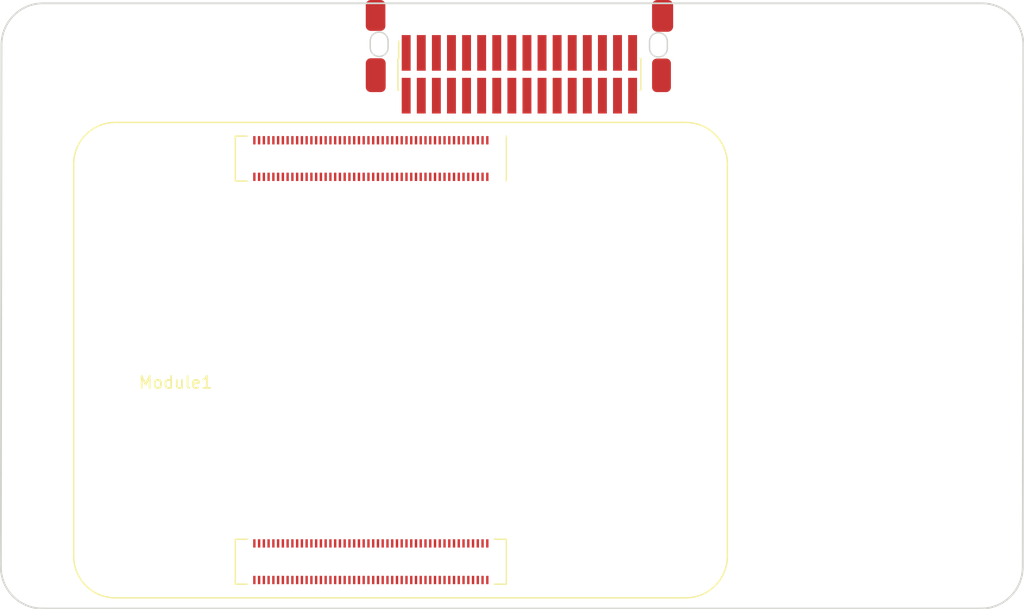
<source format=kicad_pcb>
(kicad_pcb (version 20211014) (generator pcbnew)
  (layers (0 "F.Cu" signal) (31 "B.Cu" signal) (34 "B.Paste" user) (35 "F.Paste" user) (36 "B.SilkS" user "B.Silkscreen") (37 "F.SilkS" user "F.Silkscreen") (38 "B.Mask" user) (39 "F.Mask" user) (44 "Edge.Cuts" user))
  (net 0 "")
  (footprint "TE_DTM1312PA12PBR008:PinSocket_2x16_P1.27mm_Vertical_SMD" (layer "F.Cu") (at 58.4 21 90)
    (fp_text reference "J2" hide)
    (fp_text value "Conn_02x15_Odd_Even_Shielded")
    (fp_line (start 1.33 10.16) (end 1.33 10.22) (layer "F.SilkS") (width 0.12))
    (fp_line (start 1.33 -10.16) (end 2.79 -10.16) (layer "F.SilkS") (width 0.12))
    (fp_line (start -1.33 10.16) (end -1.33 10.22) (layer "F.SilkS") (width 0.12))
    (fp_line (start 1.33 -10.22) (end 1.33 -10.16) (layer "F.SilkS") (width 0.12))
    (fp_line (start -1.33 -10.22) (end 1.33 -10.22) (layer "F.SilkS") (width 0.12))
    (fp_line (start -1.33 10.22) (end 1.33 10.22) (layer "F.SilkS") (width 0.12))
    (fp_line (start -1.33 -10.22) (end -1.33 -10.16) (layer "F.SilkS") (width 0.12))
    (fp_line (start 2.2 12.45) (end 2.75 12.45) (layer "Edge.Cuts") (width 0.12))
    (fp_line (start 2.25 -11.05) (end 2.8 -11.05) (layer "Edge.Cuts") (width 0.12))
    (fp_line (start 2.25 -12.55) (end 2.8 -12.55) (layer "Edge.Cuts") (width 0.12))
    (fp_line (start 2.2 10.95) (end 2.75 10.95) (layer "Edge.Cuts") (width 0.12))
    (fp_arc (start 2.25 -11.05) (mid 1.5 -11.8) (end 2.25 -12.55) (layer "Edge.Cuts") (width 0.12))
    (fp_arc (start 2.75 10.95) (mid 3.5 11.7) (end 2.75 12.45) (layer "Edge.Cuts") (width 0.12))
    (fp_arc (start 2.8 -12.55) (mid 3.55 -11.8) (end 2.8 -11.05) (layer "Edge.Cuts") (width 0.12))
    (fp_arc (start 2.2 12.45) (mid 1.45 11.7) (end 2.2 10.95) (layer "Edge.Cuts") (width 0.12))
    (pad "1" smd rect (at 1.8 -9.525 90) (size 3 0.75) (layers "F.Cu" "F.Paste" "F.Mask"))
    (pad "2" smd rect (at -1.8 -9.525 90) (size 3 0.75) (layers "F.Cu" "F.Paste" "F.Mask"))
    (pad "3" smd rect (at 1.8 -8.255 90) (size 3 0.75) (layers "F.Cu" "F.Paste" "F.Mask"))
    (pad "4" smd rect (at -1.8 -8.255 90) (size 3 0.75) (layers "F.Cu" "F.Paste" "F.Mask"))
    (pad "5" smd rect (at 1.8 -6.985 90) (size 3 0.75) (layers "F.Cu" "F.Paste" "F.Mask"))
    (pad "6" smd rect (at -1.8 -6.985 90) (size 3 0.75) (layers "F.Cu" "F.Paste" "F.Mask"))
    (pad "7" smd rect (at 1.8 -5.715 90) (size 3 0.75) (layers "F.Cu" "F.Paste" "F.Mask"))
    (pad "8" smd rect (at -1.8 -5.715 90) (size 3 0.75) (layers "F.Cu" "F.Paste" "F.Mask"))
    (pad "9" smd rect (at 1.8 -4.445 90) (size 3 0.75) (layers "F.Cu" "F.Paste" "F.Mask"))
    (pad "10" smd rect (at -1.8 -4.445 90) (size 3 0.75) (layers "F.Cu" "F.Paste" "F.Mask"))
    (pad "11" smd rect (at 1.8 -3.175 90) (size 3 0.75) (layers "F.Cu" "F.Paste" "F.Mask"))
    (pad "12" smd rect (at -1.8 -3.175 90) (size 3 0.75) (layers "F.Cu" "F.Paste" "F.Mask"))
    (pad "13" smd rect (at 1.8 -1.905 90) (size 3 0.75) (layers "F.Cu" "F.Paste" "F.Mask"))
    (pad "14" smd rect (at -1.8 -1.905 90) (size 3 0.75) (layers "F.Cu" "F.Paste" "F.Mask"))
    (pad "15" smd rect (at 1.8 -0.635 90) (size 3 0.75) (layers "F.Cu" "F.Paste" "F.Mask"))
    (pad "16" smd rect (at -1.8 -0.635 90) (size 3 0.75) (layers "F.Cu" "F.Paste" "F.Mask"))
    (pad "17" smd rect (at 1.8 0.635 90) (size 3 0.75) (layers "F.Cu" "F.Paste" "F.Mask"))
    (pad "18" smd rect (at -1.8 0.635 90) (size 3 0.75) (layers "F.Cu" "F.Paste" "F.Mask"))
    (pad "19" smd rect (at 1.8 1.905 90) (size 3 0.75) (layers "F.Cu" "F.Paste" "F.Mask"))
    (pad "20" smd rect (at -1.8 1.905 90) (size 3 0.75) (layers "F.Cu" "F.Paste" "F.Mask"))
    (pad "21" smd rect (at 1.8 3.175 90) (size 3 0.75) (layers "F.Cu" "F.Paste" "F.Mask"))
    (pad "22" smd rect (at -1.8 3.175 90) (size 3 0.75) (layers "F.Cu" "F.Paste" "F.Mask"))
    (pad "23" smd rect (at 1.8 4.445 90) (size 3 0.75) (layers "F.Cu" "F.Paste" "F.Mask"))
    (pad "24" smd rect (at -1.8 4.445 90) (size 3 0.75) (layers "F.Cu" "F.Paste" "F.Mask"))
    (pad "25" smd rect (at 1.8 5.715 90) (size 3 0.75) (layers "F.Cu" "F.Paste" "F.Mask"))
    (pad "26" smd rect (at -1.8 5.715 90) (size 3 0.75) (layers "F.Cu" "F.Paste" "F.Mask"))
    (pad "27" smd rect (at 1.8 6.985 90) (size 3 0.75) (layers "F.Cu" "F.Paste" "F.Mask"))
    (pad "28" smd rect (at -1.8 6.985 90) (size 3 0.75) (layers "F.Cu" "F.Paste" "F.Mask"))
    (pad "29" smd rect (at 1.8 8.255 90) (size 3 0.75) (layers "F.Cu" "F.Paste" "F.Mask"))
    (pad "30" smd rect (at -1.8 8.255 90) (size 3 0.75) (layers "F.Cu" "F.Paste" "F.Mask"))
    (pad "31" smd rect (at 1.8 9.525 90) (size 3 0.75) (layers "F.Cu" "F.Paste" "F.Mask"))
    (pad "32" smd rect (at -1.8 9.525 90) (size 3 0.75) (layers "F.Cu" "F.Paste" "F.Mask"))
    (pad "MP1" smd roundrect (at 4.949919 -12.1 90) (size 2.600162 1.65016) (layers "F.Cu" "F.Paste" "F.Mask"))
    (pad "MP1" smd roundrect (at -0.074919 -12.08754 90) (size 2.850162 1.67508) (layers "F.Cu" "F.Paste" "F.Mask"))
    (pad "MP2" smd roundrect (at -0.08746 11.95623 90) (size 2.82508 1.58754) (layers "F.Cu" "F.Paste" "F.Mask"))
    (pad "MP2" smd roundrect (at 4.912459 12.05 90) (size 2.675081 1.77508) (layers "F.Cu" "F.Paste" "F.Mask"))
  )
  (footprint "Module_CM4:Raspberry-Pi-4-Compute-Module" (layer "F.Cu") (at 24.400001 28.55 -90)
    (fp_text reference "Module1" (at 18.38 -5.08) (layer "F.SilkS"))
    (fp_text value "ComputeModule4-CM4")
    (fp_line (start -2.35 -10.1) (end 1.43 -10.1) (layer "F.SilkS") (width 0.12))
    (fp_line (start 31.57 -32.9) (end 35.35 -32.9) (layer "F.SilkS") (width 0.12))
    (fp_line (start -2.35 -32.9) (end 1.43 -32.9) (layer "F.SilkS") (width 0.12))
    (fp_line (start 31.57 -10.1) (end 31.57 -11.1) (layer "F.SilkS") (width 0.12))
    (fp_line (start 33 -51.5) (end 0 -51.5) (layer "F.SilkS") (width 0.12))
    (fp_line (start -2.35 -10.1) (end -2.35 -11.1) (layer "F.SilkS") (width 0.12))
    (fp_line (start 35.35 -10.1) (end 35.35 -11.1) (layer "F.SilkS") (width 0.12))
    (fp_line (start 0 3.5) (end 33 3.5) (layer "F.SilkS") (width 0.12))
    (fp_line (start 36.5 0) (end 36.5 -48) (layer "F.SilkS") (width 0.12))
    (fp_line (start -3.5 -48) (end -3.5 0) (layer "F.SilkS") (width 0.12))
    (fp_line (start 35.35 -32.9) (end 35.35 -31.9) (layer "F.SilkS") (width 0.12))
    (fp_line (start 1.43 -10.1) (end 1.43 -11.1) (layer "F.SilkS") (width 0.12))
    (fp_line (start 31.57 -10.1) (end 35.35 -10.1) (layer "F.SilkS") (width 0.12))
    (fp_line (start 31.57 -32.9) (end 31.57 -31.9) (layer "F.SilkS") (width 0.12))
    (fp_arc (start 33 -51.5) (mid 35.474874 -50.474874) (end 36.5 -48) (layer "F.SilkS") (width 0.12))
    (fp_arc (start 36.5 0) (mid 35.474874 2.474874) (end 33 3.5) (layer "F.SilkS") (width 0.12))
    (fp_arc (start -3.5 -48) (mid -2.474874 -50.474874) (end 0 -51.5) (layer "F.SilkS") (width 0.12))
    (fp_arc (start 0 3.5) (mid -2.474874 2.474874) (end -3.5 0) (layer "F.SilkS") (width 0.12))
    (pad "" np_thru_hole circle locked (at 0 0 270) (size 2.7 2.7) (drill 2.7) (layers *.Cu *.Mask) (clearance 1.7))
    (pad "" np_thru_hole circle locked (at 33 -48 270) (size 2.7 2.7) (drill 2.7) (layers *.Cu *.Mask) (clearance 1.7))
    (pad "" np_thru_hole circle locked (at 0 -48 270) (size 2.7 2.7) (drill 2.7) (layers *.Cu *.Mask) (clearance 1.7))
    (pad "" np_thru_hole circle locked (at 33 0 270) (size 2.7 2.7) (drill 2.7) (layers *.Cu *.Mask) (clearance 1.7))
    (pad "1" smd rect locked (at -2 -31.3 180) (size 0.2 0.7) (layers "F.Cu" "F.Paste" "F.Mask"))
    (pad "2" smd rect locked (at 1.08 -31.3 180) (size 0.2 0.7) (layers "F.Cu" "F.Paste" "F.Mask"))
    (pad "3" smd rect locked (at -2 -30.9 180) (size 0.2 0.7) (layers "F.Cu" "F.Paste" "F.Mask"))
    (pad "4" smd rect locked (at 1.08 -30.9 180) (size 0.2 0.7) (layers "F.Cu" "F.Paste" "F.Mask"))
    (pad "5" smd rect locked (at -2 -30.5 180) (size 0.2 0.7) (layers "F.Cu" "F.Paste" "F.Mask"))
    (pad "6" smd rect locked (at 1.08 -30.5 180) (size 0.2 0.7) (layers "F.Cu" "F.Paste" "F.Mask"))
    (pad "7" smd rect locked (at -2 -30.1 180) (size 0.2 0.7) (layers "F.Cu" "F.Paste" "F.Mask"))
    (pad "8" smd rect locked (at 1.08 -30.1 180) (size 0.2 0.7) (layers "F.Cu" "F.Paste" "F.Mask"))
    (pad "9" smd rect locked (at -2 -29.7 180) (size 0.2 0.7) (layers "F.Cu" "F.Paste" "F.Mask"))
    (pad "10" smd rect locked (at 1.08 -29.7 180) (size 0.2 0.7) (layers "F.Cu" "F.Paste" "F.Mask"))
    (pad "11" smd rect locked (at -2 -29.3 180) (size 0.2 0.7) (layers "F.Cu" "F.Paste" "F.Mask"))
    (pad "12" smd rect locked (at 1.08 -29.3 180) (size 0.2 0.7) (layers "F.Cu" "F.Paste" "F.Mask"))
    (pad "13" smd rect locked (at -2 -28.9 180) (size 0.2 0.7) (layers "F.Cu" "F.Paste" "F.Mask"))
    (pad "14" smd rect locked (at 1.08 -28.9 180) (size 0.2 0.7) (layers "F.Cu" "F.Paste" "F.Mask"))
    (pad "15" smd rect locked (at -2 -28.5 180) (size 0.2 0.7) (layers "F.Cu" "F.Paste" "F.Mask"))
    (pad "16" smd rect locked (at 1.08 -28.5 180) (size 0.2 0.7) (layers "F.Cu" "F.Paste" "F.Mask"))
    (pad "17" smd rect locked (at -2 -28.1 180) (size 0.2 0.7) (layers "F.Cu" "F.Paste" "F.Mask"))
    (pad "18" smd rect locked (at 1.08 -28.1 180) (size 0.2 0.7) (layers "F.Cu" "F.Paste" "F.Mask"))
    (pad "19" smd rect locked (at -2 -27.7 180) (size 0.2 0.7) (layers "F.Cu" "F.Paste" "F.Mask"))
    (pad "20" smd rect locked (at 1.08 -27.7 180) (size 0.2 0.7) (layers "F.Cu" "F.Paste" "F.Mask"))
    (pad "21" smd rect locked (at -2 -27.3 180) (size 0.2 0.7) (layers "F.Cu" "F.Paste" "F.Mask"))
    (pad "22" smd rect locked (at 1.08 -27.3 180) (size 0.2 0.7) (layers "F.Cu" "F.Paste" "F.Mask"))
    (pad "23" smd rect locked (at -2 -26.9 180) (size 0.2 0.7) (layers "F.Cu" "F.Paste" "F.Mask"))
    (pad "24" smd rect locked (at 1.08 -26.9 180) (size 0.2 0.7) (layers "F.Cu" "F.Paste" "F.Mask"))
    (pad "25" smd rect locked (at -2 -26.5 180) (size 0.2 0.7) (layers "F.Cu" "F.Paste" "F.Mask"))
    (pad "26" smd rect locked (at 1.08 -26.5 180) (size 0.2 0.7) (layers "F.Cu" "F.Paste" "F.Mask"))
    (pad "27" smd rect locked (at -2 -26.1 180) (size 0.2 0.7) (layers "F.Cu" "F.Paste" "F.Mask"))
    (pad "28" smd rect locked (at 1.08 -26.1 180) (size 0.2 0.7) (layers "F.Cu" "F.Paste" "F.Mask"))
    (pad "29" smd rect locked (at -2 -25.7 180) (size 0.2 0.7) (layers "F.Cu" "F.Paste" "F.Mask"))
    (pad "30" smd rect locked (at 1.08 -25.7 180) (size 0.2 0.7) (layers "F.Cu" "F.Paste" "F.Mask"))
    (pad "31" smd rect locked (at -2 -25.3 180) (size 0.2 0.7) (layers "F.Cu" "F.Paste" "F.Mask"))
    (pad "32" smd rect locked (at 1.08 -25.3 180) (size 0.2 0.7) (layers "F.Cu" "F.Paste" "F.Mask"))
    (pad "33" smd rect locked (at -2 -24.9 180) (size 0.2 0.7) (layers "F.Cu" "F.Paste" "F.Mask"))
    (pad "34" smd rect locked (at 1.08 -24.9 180) (size 0.2 0.7) (layers "F.Cu" "F.Paste" "F.Mask"))
    (pad "35" smd rect locked (at -2 -24.5 180) (size 0.2 0.7) (layers "F.Cu" "F.Paste" "F.Mask"))
    (pad "36" smd rect locked (at 1.08 -24.5 180) (size 0.2 0.7) (layers "F.Cu" "F.Paste" "F.Mask"))
    (pad "37" smd rect locked (at -2 -24.1 180) (size 0.2 0.7) (layers "F.Cu" "F.Paste" "F.Mask"))
    (pad "38" smd rect locked (at 1.08 -24.1 180) (size 0.2 0.7) (layers "F.Cu" "F.Paste" "F.Mask"))
    (pad "39" smd rect locked (at -2 -23.7 180) (size 0.2 0.7) (layers "F.Cu" "F.Paste" "F.Mask"))
    (pad "40" smd rect locked (at 1.08 -23.7 180) (size 0.2 0.7) (layers "F.Cu" "F.Paste" "F.Mask"))
    (pad "41" smd rect locked (at -2 -23.3 180) (size 0.2 0.7) (layers "F.Cu" "F.Paste" "F.Mask"))
    (pad "42" smd rect locked (at 1.08 -23.3 180) (size 0.2 0.7) (layers "F.Cu" "F.Paste" "F.Mask"))
    (pad "43" smd rect locked (at -2 -22.9 180) (size 0.2 0.7) (layers "F.Cu" "F.Paste" "F.Mask"))
    (pad "44" smd rect locked (at 1.08 -22.9 180) (size 0.2 0.7) (layers "F.Cu" "F.Paste" "F.Mask"))
    (pad "45" smd rect locked (at -2 -22.5 180) (size 0.2 0.7) (layers "F.Cu" "F.Paste" "F.Mask"))
    (pad "46" smd rect locked (at 1.08 -22.5 180) (size 0.2 0.7) (layers "F.Cu" "F.Paste" "F.Mask"))
    (pad "47" smd rect locked (at -2 -22.1 180) (size 0.2 0.7) (layers "F.Cu" "F.Paste" "F.Mask"))
    (pad "48" smd rect locked (at 1.08 -22.1 180) (size 0.2 0.7) (layers "F.Cu" "F.Paste" "F.Mask"))
    (pad "49" smd rect locked (at -2 -21.7 180) (size 0.2 0.7) (layers "F.Cu" "F.Paste" "F.Mask"))
    (pad "50" smd rect locked (at 1.08 -21.7 180) (size 0.2 0.7) (layers "F.Cu" "F.Paste" "F.Mask"))
    (pad "51" smd rect locked (at -2 -21.3 180) (size 0.2 0.7) (layers "F.Cu" "F.Paste" "F.Mask"))
    (pad "52" smd rect locked (at 1.08 -21.3 180) (size 0.2 0.7) (layers "F.Cu" "F.Paste" "F.Mask"))
    (pad "53" smd rect locked (at -2 -20.9 180) (size 0.2 0.7) (layers "F.Cu" "F.Paste" "F.Mask"))
    (pad "54" smd rect locked (at 1.08 -20.9 180) (size 0.2 0.7) (layers "F.Cu" "F.Paste" "F.Mask"))
    (pad "55" smd rect locked (at -2 -20.5 180) (size 0.2 0.7) (layers "F.Cu" "F.Paste" "F.Mask"))
    (pad "56" smd rect locked (at 1.08 -20.5 180) (size 0.2 0.7) (layers "F.Cu" "F.Paste" "F.Mask"))
    (pad "57" smd rect locked (at -2 -20.1 180) (size 0.2 0.7) (layers "F.Cu" "F.Paste" "F.Mask"))
    (pad "58" smd rect locked (at 1.08 -20.1 180) (size 0.2 0.7) (layers "F.Cu" "F.Paste" "F.Mask"))
    (pad "59" smd rect locked (at -2 -19.7 180) (size 0.2 0.7) (layers "F.Cu" "F.Paste" "F.Mask"))
    (pad "60" smd rect locked (at 1.08 -19.7 180) (size 0.2 0.7) (layers "F.Cu" "F.Paste" "F.Mask"))
    (pad "61" smd rect locked (at -2 -19.3 180) (size 0.2 0.7) (layers "F.Cu" "F.Paste" "F.Mask"))
    (pad "62" smd rect locked (at 1.08 -19.3 180) (size 0.2 0.7) (layers "F.Cu" "F.Paste" "F.Mask"))
    (pad "63" smd rect locked (at -2 -18.9 180) (size 0.2 0.7) (layers "F.Cu" "F.Paste" "F.Mask"))
    (pad "64" smd rect locked (at 1.08 -18.9 180) (size 0.2 0.7) (layers "F.Cu" "F.Paste" "F.Mask"))
    (pad "65" smd rect locked (at -2 -18.5 180) (size 0.2 0.7) (layers "F.Cu" "F.Paste" "F.Mask"))
    (pad "66" smd rect locked (at 1.08 -18.5 180) (size 0.2 0.7) (layers "F.Cu" "F.Paste" "F.Mask"))
    (pad "67" smd rect locked (at -2 -18.1 180) (size 0.2 0.7) (layers "F.Cu" "F.Paste" "F.Mask"))
    (pad "68" smd rect locked (at 1.08 -18.1 180) (size 0.2 0.7) (layers "F.Cu" "F.Paste" "F.Mask"))
    (pad "69" smd rect locked (at -2 -17.7 180) (size 0.2 0.7) (layers "F.Cu" "F.Paste" "F.Mask"))
    (pad "70" smd rect locked (at 1.08 -17.7 180) (size 0.2 0.7) (layers "F.Cu" "F.Paste" "F.Mask"))
    (pad "71" smd rect locked (at -2 -17.3 180) (size 0.2 0.7) (layers "F.Cu" "F.Paste" "F.Mask"))
    (pad "72" smd rect locked (at 1.08 -17.3 180) (size 0.2 0.7) (layers "F.Cu" "F.Paste" "F.Mask"))
    (pad "73" smd rect locked (at -2 -16.9 180) (size 0.2 0.7) (layers "F.Cu" "F.Paste" "F.Mask"))
    (pad "74" smd rect locked (at 1.08 -16.9 180) (size 0.2 0.7) (layers "F.Cu" "F.Paste" "F.Mask"))
    (pad "75" smd rect locked (at -2 -16.5 180) (size 0.2 0.7) (layers "F.Cu" "F.Paste" "F.Mask"))
    (pad "76" smd rect locked (at 1.08 -16.5 180) (size 0.2 0.7) (layers "F.Cu" "F.Paste" "F.Mask"))
    (pad "77" smd rect locked (at -2 -16.1 180) (size 0.2 0.7) (layers "F.Cu" "F.Paste" "F.Mask"))
    (pad "78" smd rect locked (at 1.08 -16.1 180) (size 0.2 0.7) (layers "F.Cu" "F.Paste" "F.Mask"))
    (pad "79" smd rect locked (at -2 -15.7 180) (size 0.2 0.7) (layers "F.Cu" "F.Paste" "F.Mask"))
    (pad "80" smd rect locked (at 1.08 -15.7 180) (size 0.2 0.7) (layers "F.Cu" "F.Paste" "F.Mask"))
    (pad "81" smd rect locked (at -2 -15.3 180) (size 0.2 0.7) (layers "F.Cu" "F.Paste" "F.Mask"))
    (pad "82" smd rect locked (at 1.08 -15.3 180) (size 0.2 0.7) (layers "F.Cu" "F.Paste" "F.Mask"))
    (pad "83" smd rect locked (at -2 -14.9 180) (size 0.2 0.7) (layers "F.Cu" "F.Paste" "F.Mask"))
    (pad "84" smd rect locked (at 1.08 -14.9 180) (size 0.2 0.7) (layers "F.Cu" "F.Paste" "F.Mask"))
    (pad "85" smd rect locked (at -2 -14.5 180) (size 0.2 0.7) (layers "F.Cu" "F.Paste" "F.Mask"))
    (pad "86" smd rect locked (at 1.08 -14.5 180) (size 0.2 0.7) (layers "F.Cu" "F.Paste" "F.Mask"))
    (pad "87" smd rect locked (at -2 -14.1 180) (size 0.2 0.7) (layers "F.Cu" "F.Paste" "F.Mask"))
    (pad "88" smd rect locked (at 1.08 -14.1 180) (size 0.2 0.7) (layers "F.Cu" "F.Paste" "F.Mask"))
    (pad "89" smd rect locked (at -2 -13.7 180) (size 0.2 0.7) (layers "F.Cu" "F.Paste" "F.Mask"))
    (pad "90" smd rect locked (at 1.08 -13.7 180) (size 0.2 0.7) (layers "F.Cu" "F.Paste" "F.Mask"))
    (pad "91" smd rect locked (at -2 -13.3 180) (size 0.2 0.7) (layers "F.Cu" "F.Paste" "F.Mask"))
    (pad "92" smd rect locked (at 1.08 -13.3 180) (size 0.2 0.7) (layers "F.Cu" "F.Paste" "F.Mask"))
    (pad "93" smd rect locked (at -2 -12.9 180) (size 0.2 0.7) (layers "F.Cu" "F.Paste" "F.Mask"))
    (pad "94" smd rect locked (at 1.08 -12.9 180) (size 0.2 0.7) (layers "F.Cu" "F.Paste" "F.Mask"))
    (pad "95" smd rect locked (at -2 -12.5 180) (size 0.2 0.7) (layers "F.Cu" "F.Paste" "F.Mask"))
    (pad "96" smd rect locked (at 1.08 -12.5 180) (size 0.2 0.7) (layers "F.Cu" "F.Paste" "F.Mask"))
    (pad "97" smd rect locked (at -2 -12.1 180) (size 0.2 0.7) (layers "F.Cu" "F.Paste" "F.Mask"))
    (pad "98" smd rect locked (at 1.08 -12.1 180) (size 0.2 0.7) (layers "F.Cu" "F.Paste" "F.Mask"))
    (pad "99" smd rect locked (at -2 -11.7 180) (size 0.2 0.7) (layers "F.Cu" "F.Paste" "F.Mask"))
    (pad "100" smd rect locked (at 1.08 -11.7 180) (size 0.2 0.7) (layers "F.Cu" "F.Paste" "F.Mask"))
    (pad "101" smd rect locked (at 31.92 -31.3 180) (size 0.2 0.7) (layers "F.Cu" "F.Paste" "F.Mask"))
    (pad "102" smd rect locked (at 35 -31.3 180) (size 0.2 0.7) (layers "F.Cu" "F.Paste" "F.Mask"))
    (pad "103" smd rect locked (at 31.92 -30.9 180) (size 0.2 0.7) (layers "F.Cu" "F.Paste" "F.Mask"))
    (pad "104" smd rect locked (at 35 -30.9 180) (size 0.2 0.7) (layers "F.Cu" "F.Paste" "F.Mask"))
    (pad "105" smd rect locked (at 31.92 -30.5 180) (size 0.2 0.7) (layers "F.Cu" "F.Paste" "F.Mask"))
    (pad "106" smd rect locked (at 35 -30.5 180) (size 0.2 0.7) (layers "F.Cu" "F.Paste" "F.Mask"))
    (pad "107" smd rect locked (at 31.92 -30.1 180) (size 0.2 0.7) (layers "F.Cu" "F.Paste" "F.Mask"))
    (pad "108" smd rect locked (at 35 -30.1 180) (size 0.2 0.7) (layers "F.Cu" "F.Paste" "F.Mask"))
    (pad "109" smd rect locked (at 31.92 -29.7 180) (size 0.2 0.7) (layers "F.Cu" "F.Paste" "F.Mask"))
    (pad "110" smd rect locked (at 35 -29.7 180) (size 0.2 0.7) (layers "F.Cu" "F.Paste" "F.Mask"))
    (pad "111" smd rect locked (at 31.92 -29.3 180) (size 0.2 0.7) (layers "F.Cu" "F.Paste" "F.Mask"))
    (pad "112" smd rect locked (at 35 -29.3 180) (size 0.2 0.7) (layers "F.Cu" "F.Paste" "F.Mask"))
    (pad "113" smd rect locked (at 31.92 -28.9 180) (size 0.2 0.7) (layers "F.Cu" "F.Paste" "F.Mask"))
    (pad "114" smd rect locked (at 35 -28.9 180) (size 0.2 0.7) (layers "F.Cu" "F.Paste" "F.Mask"))
    (pad "115" smd rect locked (at 31.92 -28.5 180) (size 0.2 0.7) (layers "F.Cu" "F.Paste" "F.Mask"))
    (pad "116" smd rect locked (at 35 -28.5 180) (size 0.2 0.7) (layers "F.Cu" "F.Paste" "F.Mask"))
    (pad "117" smd rect locked (at 31.92 -28.1 180) (size 0.2 0.7) (layers "F.Cu" "F.Paste" "F.Mask"))
    (pad "118" smd rect locked (at 35 -28.1 180) (size 0.2 0.7) (layers "F.Cu" "F.Paste" "F.Mask"))
    (pad "119" smd rect locked (at 31.92 -27.7 180) (size 0.2 0.7) (layers "F.Cu" "F.Paste" "F.Mask"))
    (pad "120" smd rect locked (at 35 -27.7 180) (size 0.2 0.7) (layers "F.Cu" "F.Paste" "F.Mask"))
    (pad "121" smd rect locked (at 31.92 -27.3 180) (size 0.2 0.7) (layers "F.Cu" "F.Paste" "F.Mask"))
    (pad "122" smd rect locked (at 35 -27.3 180) (size 0.2 0.7) (layers "F.Cu" "F.Paste" "F.Mask"))
    (pad "123" smd rect locked (at 31.92 -26.9 180) (size 0.2 0.7) (layers "F.Cu" "F.Paste" "F.Mask"))
    (pad "124" smd rect locked (at 35 -26.9 180) (size 0.2 0.7) (layers "F.Cu" "F.Paste" "F.Mask"))
    (pad "125" smd rect locked (at 31.92 -26.5 180) (size 0.2 0.7) (layers "F.Cu" "F.Paste" "F.Mask"))
    (pad "126" smd rect locked (at 35 -26.5 180) (size 0.2 0.7) (layers "F.Cu" "F.Paste" "F.Mask"))
    (pad "127" smd rect locked (at 31.92 -26.1 180) (size 0.2 0.7) (layers "F.Cu" "F.Paste" "F.Mask"))
    (pad "128" smd rect locked (at 35 -26.1 180) (size 0.2 0.7) (layers "F.Cu" "F.Paste" "F.Mask"))
    (pad "129" smd rect locked (at 31.92 -25.7 180) (size 0.2 0.7) (layers "F.Cu" "F.Paste" "F.Mask"))
    (pad "130" smd rect locked (at 35 -25.7 180) (size 0.2 0.7) (layers "F.Cu" "F.Paste" "F.Mask"))
    (pad "131" smd rect locked (at 31.92 -25.3 180) (size 0.2 0.7) (layers "F.Cu" "F.Paste" "F.Mask"))
    (pad "132" smd rect locked (at 35 -25.3 180) (size 0.2 0.7) (layers "F.Cu" "F.Paste" "F.Mask"))
    (pad "133" smd rect locked (at 31.92 -24.9 180) (size 0.2 0.7) (layers "F.Cu" "F.Paste" "F.Mask"))
    (pad "134" smd rect locked (at 35 -24.9 180) (size 0.2 0.7) (layers "F.Cu" "F.Paste" "F.Mask"))
    (pad "135" smd rect locked (at 31.92 -24.5 180) (size 0.2 0.7) (layers "F.Cu" "F.Paste" "F.Mask"))
    (pad "136" smd rect locked (at 35 -24.5 180) (size 0.2 0.7) (layers "F.Cu" "F.Paste" "F.Mask"))
    (pad "137" smd rect locked (at 31.92 -24.1 180) (size 0.2 0.7) (layers "F.Cu" "F.Paste" "F.Mask"))
    (pad "138" smd rect locked (at 35 -24.1 180) (size 0.2 0.7) (layers "F.Cu" "F.Paste" "F.Mask"))
    (pad "139" smd rect locked (at 31.92 -23.7 180) (size 0.2 0.7) (layers "F.Cu" "F.Paste" "F.Mask"))
    (pad "140" smd rect locked (at 35 -23.7 180) (size 0.2 0.7) (layers "F.Cu" "F.Paste" "F.Mask"))
    (pad "141" smd rect locked (at 31.92 -23.3 180) (size 0.2 0.7) (layers "F.Cu" "F.Paste" "F.Mask"))
    (pad "142" smd rect locked (at 35 -23.3 180) (size 0.2 0.7) (layers "F.Cu" "F.Paste" "F.Mask"))
    (pad "143" smd rect locked (at 31.92 -22.9 180) (size 0.2 0.7) (layers "F.Cu" "F.Paste" "F.Mask"))
    (pad "144" smd rect locked (at 35 -22.9 180) (size 0.2 0.7) (layers "F.Cu" "F.Paste" "F.Mask"))
    (pad "145" smd rect locked (at 31.92 -22.5 180) (size 0.2 0.7) (layers "F.Cu" "F.Paste" "F.Mask"))
    (pad "146" smd rect locked (at 35 -22.5 180) (size 0.2 0.7) (layers "F.Cu" "F.Paste" "F.Mask"))
    (pad "147" smd rect locked (at 31.92 -22.1 180) (size 0.2 0.7) (layers "F.Cu" "F.Paste" "F.Mask"))
    (pad "148" smd rect locked (at 35 -22.1 180) (size 0.2 0.7) (layers "F.Cu" "F.Paste" "F.Mask"))
    (pad "149" smd rect locked (at 31.92 -21.7 180) (size 0.2 0.7) (layers "F.Cu" "F.Paste" "F.Mask"))
    (pad "150" smd rect locked (at 35 -21.7 180) (size 0.2 0.7) (layers "F.Cu" "F.Paste" "F.Mask"))
    (pad "151" smd rect locked (at 31.92 -21.3 180) (size 0.2 0.7) (layers "F.Cu" "F.Paste" "F.Mask"))
    (pad "152" smd rect locked (at 35 -21.3 180) (size 0.2 0.7) (layers "F.Cu" "F.Paste" "F.Mask"))
    (pad "153" smd rect locked (at 31.92 -20.9 180) (size 0.2 0.7) (layers "F.Cu" "F.Paste" "F.Mask"))
    (pad "154" smd rect locked (at 35 -20.9 180) (size 0.2 0.7) (layers "F.Cu" "F.Paste" "F.Mask"))
    (pad "155" smd rect locked (at 31.92 -20.5 180) (size 0.2 0.7) (layers "F.Cu" "F.Paste" "F.Mask"))
    (pad "156" smd rect locked (at 35 -20.5 180) (size 0.2 0.7) (layers "F.Cu" "F.Paste" "F.Mask"))
    (pad "157" smd rect locked (at 31.92 -20.1 180) (size 0.2 0.7) (layers "F.Cu" "F.Paste" "F.Mask"))
    (pad "158" smd rect locked (at 35 -20.1 180) (size 0.2 0.7) (layers "F.Cu" "F.Paste" "F.Mask"))
    (pad "159" smd rect locked (at 31.92 -19.7 180) (size 0.2 0.7) (layers "F.Cu" "F.Paste" "F.Mask"))
    (pad "160" smd rect locked (at 35 -19.7 180) (size 0.2 0.7) (layers "F.Cu" "F.Paste" "F.Mask"))
    (pad "161" smd rect locked (at 31.92 -19.3 180) (size 0.2 0.7) (layers "F.Cu" "F.Paste" "F.Mask"))
    (pad "162" smd rect locked (at 35 -19.3 180) (size 0.2 0.7) (layers "F.Cu" "F.Paste" "F.Mask"))
    (pad "163" smd rect locked (at 31.92 -18.9 180) (size 0.2 0.7) (layers "F.Cu" "F.Paste" "F.Mask"))
    (pad "164" smd rect locked (at 35 -18.9 180) (size 0.2 0.7) (layers "F.Cu" "F.Paste" "F.Mask"))
    (pad "165" smd rect locked (at 31.92 -18.5 180) (size 0.2 0.7) (layers "F.Cu" "F.Paste" "F.Mask"))
    (pad "166" smd rect locked (at 35 -18.5 180) (size 0.2 0.7) (layers "F.Cu" "F.Paste" "F.Mask"))
    (pad "167" smd rect locked (at 31.92 -18.1 180) (size 0.2 0.7) (layers "F.Cu" "F.Paste" "F.Mask"))
    (pad "168" smd rect locked (at 35 -18.1 180) (size 0.2 0.7) (layers "F.Cu" "F.Paste" "F.Mask"))
    (pad "169" smd rect locked (at 31.92 -17.7 180) (size 0.2 0.7) (layers "F.Cu" "F.Paste" "F.Mask"))
    (pad "170" smd rect locked (at 35 -17.7 180) (size 0.2 0.7) (layers "F.Cu" "F.Paste" "F.Mask"))
    (pad "171" smd rect locked (at 31.92 -17.3 180) (size 0.2 0.7) (layers "F.Cu" "F.Paste" "F.Mask"))
    (pad "172" smd rect locked (at 35 -17.3 180) (size 0.2 0.7) (layers "F.Cu" "F.Paste" "F.Mask"))
    (pad "173" smd rect locked (at 31.92 -16.9 180) (size 0.2 0.7) (layers "F.Cu" "F.Paste" "F.Mask"))
    (pad "174" smd rect locked (at 35 -16.9 180) (size 0.2 0.7) (layers "F.Cu" "F.Paste" "F.Mask"))
    (pad "175" smd rect locked (at 31.92 -16.5 180) (size 0.2 0.7) (layers "F.Cu" "F.Paste" "F.Mask"))
    (pad "176" smd rect locked (at 35 -16.5 180) (size 0.2 0.7) (layers "F.Cu" "F.Paste" "F.Mask"))
    (pad "177" smd rect locked (at 31.92 -16.1 180) (size 0.2 0.7) (layers "F.Cu" "F.Paste" "F.Mask"))
    (pad "178" smd rect locked (at 35 -16.1 180) (size 0.2 0.7) (layers "F.Cu" "F.Paste" "F.Mask"))
    (pad "179" smd rect locked (at 31.92 -15.7 180) (size 0.2 0.7) (layers "F.Cu" "F.Paste" "F.Mask"))
    (pad "180" smd rect locked (at 35 -15.7 180) (size 0.2 0.7) (layers "F.Cu" "F.Paste" "F.Mask"))
    (pad "181" smd rect locked (at 31.92 -15.3 180) (size 0.2 0.7) (layers "F.Cu" "F.Paste" "F.Mask"))
    (pad "182" smd rect locked (at 35 -15.3 180) (size 0.2 0.7) (layers "F.Cu" "F.Paste" "F.Mask"))
    (pad "183" smd rect locked (at 31.92 -14.9 180) (size 0.2 0.7) (layers "F.Cu" "F.Paste" "F.Mask"))
    (pad "184" smd rect locked (at 35 -14.9 180) (size 0.2 0.7) (layers "F.Cu" "F.Paste" "F.Mask"))
    (pad "185" smd rect locked (at 31.92 -14.5 180) (size 0.2 0.7) (layers "F.Cu" "F.Paste" "F.Mask"))
    (pad "186" smd rect locked (at 35 -14.5 180) (size 0.2 0.7) (layers "F.Cu" "F.Paste" "F.Mask"))
    (pad "187" smd rect locked (at 31.92 -14.1 180) (size 0.2 0.7) (layers "F.Cu" "F.Paste" "F.Mask"))
    (pad "188" smd rect locked (at 35 -14.1 180) (size 0.2 0.7) (layers "F.Cu" "F.Paste" "F.Mask"))
    (pad "189" smd rect locked (at 31.92 -13.7 180) (size 0.2 0.7) (layers "F.Cu" "F.Paste" "F.Mask"))
    (pad "190" smd rect locked (at 35 -13.7 180) (size 0.2 0.7) (layers "F.Cu" "F.Paste" "F.Mask"))
    (pad "191" smd rect locked (at 31.92 -13.3 180) (size 0.2 0.7) (layers "F.Cu" "F.Paste" "F.Mask"))
    (pad "192" smd rect locked (at 35 -13.3 180) (size 0.2 0.7) (layers "F.Cu" "F.Paste" "F.Mask"))
    (pad "193" smd rect locked (at 31.92 -12.9 180) (size 0.2 0.7) (layers "F.Cu" "F.Paste" "F.Mask"))
    (pad "194" smd rect locked (at 35 -12.9 180) (size 0.2 0.7) (layers "F.Cu" "F.Paste" "F.Mask"))
    (pad "195" smd rect locked (at 31.92 -12.5 180) (size 0.2 0.7) (layers "F.Cu" "F.Paste" "F.Mask"))
    (pad "196" smd rect locked (at 35 -12.5 180) (size 0.2 0.7) (layers "F.Cu" "F.Paste" "F.Mask"))
    (pad "197" smd rect locked (at 31.92 -12.1 180) (size 0.2 0.7) (layers "F.Cu" "F.Paste" "F.Mask"))
    (pad "198" smd rect locked (at 35 -12.1 180) (size 0.2 0.7) (layers "F.Cu" "F.Paste" "F.Mask"))
    (pad "199" smd rect locked (at 31.92 -11.7 180) (size 0.2 0.7) (layers "F.Cu" "F.Paste" "F.Mask"))
    (pad "200" smd rect locked (at 35 -11.7 180) (size 0.2 0.7) (layers "F.Cu" "F.Paste" "F.Mask"))
  )
  (gr_line (start 18.274838 65.9525) (end 97.249838 65.9525) (layer "Edge.Cuts") (width 0.15))
  (gr_arc (start 18.274838 65.9525) (mid 15.799964 64.927374) (end 14.774838 62.4525) (layer "Edge.Cuts") (width 0.15))
  (gr_line (start 44.924838 15.0275) (end 18.324838 15.0275) (layer "Edge.Cuts") (width 0.15))
  (gr_line (start 97.299838 15.0275) (end 44.924838 15.0275) (layer "Edge.Cuts") (width 0.15))
  (gr_line (start 14.824838 18.5275) (end 14.774838 62.4525) (layer "Edge.Cuts") (width 0.15))
  (gr_arc (start 97.299838 15.0275) (mid 99.774712 16.052626) (end 100.799838 18.5275) (layer "Edge.Cuts") (width 0.15))
  (gr_line (start 100.799838 18.5275) (end 100.749838 62.4525) (layer "Edge.Cuts") (width 0.15))
  (gr_arc (start 14.824838 18.5275) (mid 15.849964 16.052626) (end 18.324838 15.0275) (layer "Edge.Cuts") (width 0.15))
  (gr_arc (start 100.749838 62.4525) (mid 99.724712 64.927374) (end 97.249838 65.9525) (layer "Edge.Cuts") (width 0.15))
)
</source>
